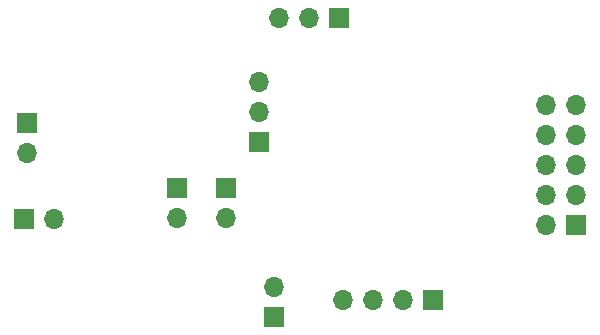
<source format=gbs>
G04 #@! TF.GenerationSoftware,KiCad,Pcbnew,7.0.11-7.0.11~ubuntu22.04.1*
G04 #@! TF.CreationDate,2024-04-10T12:23:30+02:00*
G04 #@! TF.ProjectId,pcb_rduhr_lderyck,7063625f-7264-4756-9872-5f6c64657279,rev?*
G04 #@! TF.SameCoordinates,Original*
G04 #@! TF.FileFunction,Soldermask,Bot*
G04 #@! TF.FilePolarity,Negative*
%FSLAX46Y46*%
G04 Gerber Fmt 4.6, Leading zero omitted, Abs format (unit mm)*
G04 Created by KiCad (PCBNEW 7.0.11-7.0.11~ubuntu22.04.1) date 2024-04-10 12:23:30*
%MOMM*%
%LPD*%
G01*
G04 APERTURE LIST*
%ADD10R,1.700000X1.700000*%
%ADD11O,1.700000X1.700000*%
G04 APERTURE END LIST*
D10*
X100300000Y-72280000D03*
D11*
X100300000Y-69740000D03*
X100300000Y-67200000D03*
D10*
X107100000Y-61800000D03*
D11*
X104560000Y-61800000D03*
X102020000Y-61800000D03*
D10*
X97500000Y-76160000D03*
D11*
X97500000Y-78700000D03*
D10*
X93400000Y-76200000D03*
D11*
X93400000Y-78740000D03*
D10*
X80725000Y-70650000D03*
D11*
X80725000Y-73190000D03*
D10*
X127140000Y-79340000D03*
D11*
X124600000Y-79340000D03*
X127140000Y-76800000D03*
X124600000Y-76800000D03*
X127140000Y-74260000D03*
X124600000Y-74260000D03*
X127140000Y-71720000D03*
X124600000Y-71720000D03*
X127140000Y-69180000D03*
X124600000Y-69180000D03*
D10*
X101600000Y-87100000D03*
D11*
X101600000Y-84560000D03*
D10*
X80460000Y-78800000D03*
D11*
X83000000Y-78800000D03*
D10*
X115080000Y-85700000D03*
D11*
X112540000Y-85700000D03*
X110000000Y-85700000D03*
X107460000Y-85700000D03*
M02*

</source>
